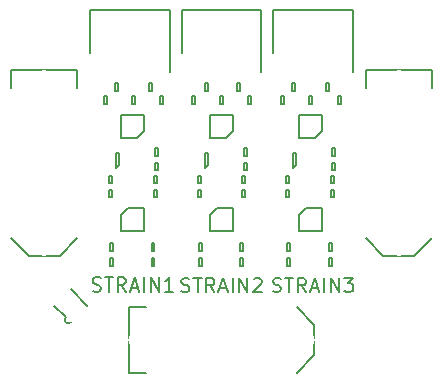
<source format=gto>
G04 #@! TF.FileFunction,Legend,Top*
%FSLAX46Y46*%
G04 Gerber Fmt 4.6, Leading zero omitted, Abs format (unit mm)*
G04 Created by KiCad (PCBNEW 4.0.2+e4-6225~38~ubuntu14.04.1-stable) date Mon 27 Jun 2016 21:58:16 BST*
%MOMM*%
G01*
G04 APERTURE LIST*
%ADD10C,0.100000*%
%ADD11C,0.160000*%
%ADD12C,0.150000*%
%ADD13R,0.800000X0.800000*%
%ADD14O,0.800000X0.800000*%
%ADD15R,1.450000X0.450000*%
%ADD16R,0.950000X0.400000*%
%ADD17R,2.920000X0.740000*%
%ADD18C,1.200000*%
%ADD19R,0.740000X2.920000*%
%ADD20R,0.750000X0.900000*%
G04 APERTURE END LIST*
D10*
D11*
X104350000Y-110885714D02*
X104521429Y-110942857D01*
X104807143Y-110942857D01*
X104921429Y-110885714D01*
X104978572Y-110828571D01*
X105035715Y-110714286D01*
X105035715Y-110600000D01*
X104978572Y-110485714D01*
X104921429Y-110428571D01*
X104807143Y-110371429D01*
X104578572Y-110314286D01*
X104464286Y-110257143D01*
X104407143Y-110200000D01*
X104350000Y-110085714D01*
X104350000Y-109971429D01*
X104407143Y-109857143D01*
X104464286Y-109800000D01*
X104578572Y-109742857D01*
X104864286Y-109742857D01*
X105035715Y-109800000D01*
X105378572Y-109742857D02*
X106064286Y-109742857D01*
X105721429Y-110942857D02*
X105721429Y-109742857D01*
X107150001Y-110942857D02*
X106750001Y-110371429D01*
X106464286Y-110942857D02*
X106464286Y-109742857D01*
X106921429Y-109742857D01*
X107035715Y-109800000D01*
X107092858Y-109857143D01*
X107150001Y-109971429D01*
X107150001Y-110142857D01*
X107092858Y-110257143D01*
X107035715Y-110314286D01*
X106921429Y-110371429D01*
X106464286Y-110371429D01*
X107607143Y-110600000D02*
X108178572Y-110600000D01*
X107492858Y-110942857D02*
X107892858Y-109742857D01*
X108292858Y-110942857D01*
X108692857Y-110942857D02*
X108692857Y-109742857D01*
X109264286Y-110942857D02*
X109264286Y-109742857D01*
X109950001Y-110942857D01*
X109950001Y-109742857D01*
X110407144Y-109742857D02*
X111150001Y-109742857D01*
X110750001Y-110200000D01*
X110921429Y-110200000D01*
X111035715Y-110257143D01*
X111092858Y-110314286D01*
X111150001Y-110428571D01*
X111150001Y-110714286D01*
X111092858Y-110828571D01*
X111035715Y-110885714D01*
X110921429Y-110942857D01*
X110578572Y-110942857D01*
X110464286Y-110885714D01*
X110407144Y-110828571D01*
X96600000Y-110885714D02*
X96771429Y-110942857D01*
X97057143Y-110942857D01*
X97171429Y-110885714D01*
X97228572Y-110828571D01*
X97285715Y-110714286D01*
X97285715Y-110600000D01*
X97228572Y-110485714D01*
X97171429Y-110428571D01*
X97057143Y-110371429D01*
X96828572Y-110314286D01*
X96714286Y-110257143D01*
X96657143Y-110200000D01*
X96600000Y-110085714D01*
X96600000Y-109971429D01*
X96657143Y-109857143D01*
X96714286Y-109800000D01*
X96828572Y-109742857D01*
X97114286Y-109742857D01*
X97285715Y-109800000D01*
X97628572Y-109742857D02*
X98314286Y-109742857D01*
X97971429Y-110942857D02*
X97971429Y-109742857D01*
X99400001Y-110942857D02*
X99000001Y-110371429D01*
X98714286Y-110942857D02*
X98714286Y-109742857D01*
X99171429Y-109742857D01*
X99285715Y-109800000D01*
X99342858Y-109857143D01*
X99400001Y-109971429D01*
X99400001Y-110142857D01*
X99342858Y-110257143D01*
X99285715Y-110314286D01*
X99171429Y-110371429D01*
X98714286Y-110371429D01*
X99857143Y-110600000D02*
X100428572Y-110600000D01*
X99742858Y-110942857D02*
X100142858Y-109742857D01*
X100542858Y-110942857D01*
X100942857Y-110942857D02*
X100942857Y-109742857D01*
X101514286Y-110942857D02*
X101514286Y-109742857D01*
X102200001Y-110942857D01*
X102200001Y-109742857D01*
X102714286Y-109857143D02*
X102771429Y-109800000D01*
X102885715Y-109742857D01*
X103171429Y-109742857D01*
X103285715Y-109800000D01*
X103342858Y-109857143D01*
X103400001Y-109971429D01*
X103400001Y-110085714D01*
X103342858Y-110257143D01*
X102657144Y-110942857D01*
X103400001Y-110942857D01*
X89100000Y-110835714D02*
X89271429Y-110892857D01*
X89557143Y-110892857D01*
X89671429Y-110835714D01*
X89728572Y-110778571D01*
X89785715Y-110664286D01*
X89785715Y-110550000D01*
X89728572Y-110435714D01*
X89671429Y-110378571D01*
X89557143Y-110321429D01*
X89328572Y-110264286D01*
X89214286Y-110207143D01*
X89157143Y-110150000D01*
X89100000Y-110035714D01*
X89100000Y-109921429D01*
X89157143Y-109807143D01*
X89214286Y-109750000D01*
X89328572Y-109692857D01*
X89614286Y-109692857D01*
X89785715Y-109750000D01*
X90128572Y-109692857D02*
X90814286Y-109692857D01*
X90471429Y-110892857D02*
X90471429Y-109692857D01*
X91900001Y-110892857D02*
X91500001Y-110321429D01*
X91214286Y-110892857D02*
X91214286Y-109692857D01*
X91671429Y-109692857D01*
X91785715Y-109750000D01*
X91842858Y-109807143D01*
X91900001Y-109921429D01*
X91900001Y-110092857D01*
X91842858Y-110207143D01*
X91785715Y-110264286D01*
X91671429Y-110321429D01*
X91214286Y-110321429D01*
X92357143Y-110550000D02*
X92928572Y-110550000D01*
X92242858Y-110892857D02*
X92642858Y-109692857D01*
X93042858Y-110892857D01*
X93442857Y-110892857D02*
X93442857Y-109692857D01*
X94014286Y-110892857D02*
X94014286Y-109692857D01*
X94700001Y-110892857D01*
X94700001Y-109692857D01*
X95900001Y-110892857D02*
X95214286Y-110892857D01*
X95557144Y-110892857D02*
X95557144Y-109692857D01*
X95442858Y-109864286D01*
X95328572Y-109978571D01*
X95214286Y-110035714D01*
D12*
X111125000Y-92300000D02*
X111125000Y-87050000D01*
X111125000Y-87050000D02*
X104375000Y-87050000D01*
X104375000Y-87050000D02*
X104375000Y-90700000D01*
X103375000Y-92300000D02*
X103375000Y-87050000D01*
X103375000Y-87050000D02*
X96625000Y-87050000D01*
X96625000Y-87050000D02*
X96625000Y-90700000D01*
X95625000Y-92300000D02*
X95625000Y-87050000D01*
X95625000Y-87050000D02*
X88875000Y-87050000D01*
X88875000Y-87050000D02*
X88875000Y-90700000D01*
X107875000Y-97875000D02*
X106525000Y-97875000D01*
X106525000Y-97875000D02*
X106525000Y-95925000D01*
X106525000Y-95925000D02*
X108475000Y-95925000D01*
X108475000Y-95925000D02*
X108475000Y-97275000D01*
X108475000Y-97275000D02*
X107875000Y-97875000D01*
X106075000Y-100450000D02*
X106075000Y-100450000D01*
X106075000Y-100450000D02*
X106075000Y-99150000D01*
X106075000Y-99150000D02*
X106325000Y-99150000D01*
X106325000Y-99150000D02*
X106325000Y-100200000D01*
X106325000Y-100200000D02*
X106075000Y-100450000D01*
X92875000Y-97875000D02*
X91525000Y-97875000D01*
X91525000Y-97875000D02*
X91525000Y-95925000D01*
X91525000Y-95925000D02*
X93475000Y-95925000D01*
X93475000Y-95925000D02*
X93475000Y-97275000D01*
X93475000Y-97275000D02*
X92875000Y-97875000D01*
X91075000Y-100450000D02*
X91075000Y-100450000D01*
X91075000Y-100450000D02*
X91075000Y-99150000D01*
X91075000Y-99150000D02*
X91325000Y-99150000D01*
X91325000Y-99150000D02*
X91325000Y-100200000D01*
X91325000Y-100200000D02*
X91075000Y-100450000D01*
X92125000Y-103825000D02*
X93475000Y-103825000D01*
X93475000Y-103825000D02*
X93475000Y-105775000D01*
X93475000Y-105775000D02*
X91525000Y-105775000D01*
X91525000Y-105775000D02*
X91525000Y-104425000D01*
X91525000Y-104425000D02*
X92125000Y-103825000D01*
X100375000Y-97875000D02*
X99025000Y-97875000D01*
X99025000Y-97875000D02*
X99025000Y-95925000D01*
X99025000Y-95925000D02*
X100975000Y-95925000D01*
X100975000Y-95925000D02*
X100975000Y-97275000D01*
X100975000Y-97275000D02*
X100375000Y-97875000D01*
X98575000Y-100450000D02*
X98575000Y-100450000D01*
X98575000Y-100450000D02*
X98575000Y-99150000D01*
X98575000Y-99150000D02*
X98825000Y-99150000D01*
X98825000Y-99150000D02*
X98825000Y-100200000D01*
X98825000Y-100200000D02*
X98575000Y-100450000D01*
X99625000Y-103825000D02*
X100975000Y-103825000D01*
X100975000Y-103825000D02*
X100975000Y-105775000D01*
X100975000Y-105775000D02*
X99025000Y-105775000D01*
X99025000Y-105775000D02*
X99025000Y-104425000D01*
X99025000Y-104425000D02*
X99625000Y-103825000D01*
X107125000Y-103825000D02*
X108475000Y-103825000D01*
X108475000Y-103825000D02*
X108475000Y-105775000D01*
X108475000Y-105775000D02*
X106525000Y-105775000D01*
X106525000Y-105775000D02*
X106525000Y-104425000D01*
X106525000Y-104425000D02*
X107125000Y-103825000D01*
X87785000Y-93635000D02*
X87785000Y-92135000D01*
X87785000Y-92135000D02*
X82215000Y-92135000D01*
X82215000Y-92135000D02*
X82215000Y-93635000D01*
X82215000Y-106365000D02*
X83715000Y-107865000D01*
X83715000Y-107865000D02*
X86285000Y-107865000D01*
X86285000Y-107865000D02*
X87785000Y-106365000D01*
X117785000Y-93635000D02*
X117785000Y-92135000D01*
X117785000Y-92135000D02*
X112215000Y-92135000D01*
X112215000Y-92135000D02*
X112215000Y-93635000D01*
X112215000Y-106365000D02*
X113715000Y-107865000D01*
X113715000Y-107865000D02*
X116285000Y-107865000D01*
X116285000Y-107865000D02*
X117785000Y-106365000D01*
X93635000Y-112215000D02*
X92135000Y-112215000D01*
X92135000Y-112215000D02*
X92135000Y-117785000D01*
X92135000Y-117785000D02*
X93635000Y-117785000D01*
X106365000Y-117785000D02*
X107865000Y-116285000D01*
X107865000Y-116285000D02*
X107865000Y-113715000D01*
X107865000Y-113715000D02*
X106365000Y-112215000D01*
X101575000Y-108075000D02*
X101825000Y-108075000D01*
X101825000Y-108075000D02*
X101825000Y-108725000D01*
X101825000Y-108725000D02*
X101575000Y-108725000D01*
X101575000Y-108725000D02*
X101575000Y-108075000D01*
X98325000Y-107425000D02*
X98075000Y-107425000D01*
X98075000Y-107425000D02*
X98075000Y-106775000D01*
X98075000Y-106775000D02*
X98325000Y-106775000D01*
X98325000Y-106775000D02*
X98325000Y-107425000D01*
X98225000Y-102925000D02*
X97975000Y-102925000D01*
X97975000Y-102925000D02*
X97975000Y-102275000D01*
X97975000Y-102275000D02*
X98225000Y-102275000D01*
X98225000Y-102275000D02*
X98225000Y-102925000D01*
X101775000Y-101075000D02*
X102025000Y-101075000D01*
X102025000Y-101075000D02*
X102025000Y-101725000D01*
X102025000Y-101725000D02*
X101775000Y-101725000D01*
X101775000Y-101725000D02*
X101775000Y-101075000D01*
X102275000Y-94375000D02*
X102525000Y-94375000D01*
X102525000Y-94375000D02*
X102525000Y-95025000D01*
X102525000Y-95025000D02*
X102275000Y-95025000D01*
X102275000Y-95025000D02*
X102275000Y-94375000D01*
X99900000Y-94375000D02*
X100150000Y-94375000D01*
X100150000Y-94375000D02*
X100150000Y-95025000D01*
X100150000Y-95025000D02*
X99900000Y-95025000D01*
X99900000Y-95025000D02*
X99900000Y-94375000D01*
X97525000Y-94375000D02*
X97775000Y-94375000D01*
X97775000Y-94375000D02*
X97775000Y-95025000D01*
X97775000Y-95025000D02*
X97525000Y-95025000D01*
X97525000Y-95025000D02*
X97525000Y-94375000D01*
X94075000Y-108075000D02*
X94325000Y-108075000D01*
X94325000Y-108075000D02*
X94325000Y-108725000D01*
X94325000Y-108725000D02*
X94075000Y-108725000D01*
X94075000Y-108725000D02*
X94075000Y-108075000D01*
X109075000Y-108075000D02*
X109325000Y-108075000D01*
X109325000Y-108075000D02*
X109325000Y-108725000D01*
X109325000Y-108725000D02*
X109075000Y-108725000D01*
X109075000Y-108725000D02*
X109075000Y-108075000D01*
X90825000Y-107425000D02*
X90575000Y-107425000D01*
X90575000Y-107425000D02*
X90575000Y-106775000D01*
X90575000Y-106775000D02*
X90825000Y-106775000D01*
X90825000Y-106775000D02*
X90825000Y-107425000D01*
X105825000Y-107425000D02*
X105575000Y-107425000D01*
X105575000Y-107425000D02*
X105575000Y-106775000D01*
X105575000Y-106775000D02*
X105825000Y-106775000D01*
X105825000Y-106775000D02*
X105825000Y-107425000D01*
X90725000Y-102925000D02*
X90475000Y-102925000D01*
X90475000Y-102925000D02*
X90475000Y-102275000D01*
X90475000Y-102275000D02*
X90725000Y-102275000D01*
X90725000Y-102275000D02*
X90725000Y-102925000D01*
X105725000Y-102925000D02*
X105475000Y-102925000D01*
X105475000Y-102925000D02*
X105475000Y-102275000D01*
X105475000Y-102275000D02*
X105725000Y-102275000D01*
X105725000Y-102275000D02*
X105725000Y-102925000D01*
X94275000Y-101075000D02*
X94525000Y-101075000D01*
X94525000Y-101075000D02*
X94525000Y-101725000D01*
X94525000Y-101725000D02*
X94275000Y-101725000D01*
X94275000Y-101725000D02*
X94275000Y-101075000D01*
X109275000Y-101075000D02*
X109525000Y-101075000D01*
X109525000Y-101075000D02*
X109525000Y-101725000D01*
X109525000Y-101725000D02*
X109275000Y-101725000D01*
X109275000Y-101725000D02*
X109275000Y-101075000D01*
X94775000Y-94375000D02*
X95025000Y-94375000D01*
X95025000Y-94375000D02*
X95025000Y-95025000D01*
X95025000Y-95025000D02*
X94775000Y-95025000D01*
X94775000Y-95025000D02*
X94775000Y-94375000D01*
X92400000Y-94375000D02*
X92650000Y-94375000D01*
X92650000Y-94375000D02*
X92650000Y-95025000D01*
X92650000Y-95025000D02*
X92400000Y-95025000D01*
X92400000Y-95025000D02*
X92400000Y-94375000D01*
X90025000Y-94375000D02*
X90275000Y-94375000D01*
X90275000Y-94375000D02*
X90275000Y-95025000D01*
X90275000Y-95025000D02*
X90025000Y-95025000D01*
X90025000Y-95025000D02*
X90025000Y-94375000D01*
X109875000Y-94375000D02*
X110125000Y-94375000D01*
X110125000Y-94375000D02*
X110125000Y-95025000D01*
X110125000Y-95025000D02*
X109875000Y-95025000D01*
X109875000Y-95025000D02*
X109875000Y-94375000D01*
X107400000Y-94375000D02*
X107650000Y-94375000D01*
X107650000Y-94375000D02*
X107650000Y-95025000D01*
X107650000Y-95025000D02*
X107400000Y-95025000D01*
X107400000Y-95025000D02*
X107400000Y-94375000D01*
X105025000Y-94375000D02*
X105275000Y-94375000D01*
X105275000Y-94375000D02*
X105275000Y-95025000D01*
X105275000Y-95025000D02*
X105025000Y-95025000D01*
X105025000Y-95025000D02*
X105025000Y-94375000D01*
X101825000Y-107425000D02*
X101575000Y-107425000D01*
X101575000Y-107425000D02*
X101575000Y-106775000D01*
X101575000Y-106775000D02*
X101825000Y-106775000D01*
X101825000Y-106775000D02*
X101825000Y-107425000D01*
X98075000Y-108075000D02*
X98325000Y-108075000D01*
X98325000Y-108075000D02*
X98325000Y-108725000D01*
X98325000Y-108725000D02*
X98075000Y-108725000D01*
X98075000Y-108725000D02*
X98075000Y-108075000D01*
X101775000Y-102275000D02*
X102025000Y-102275000D01*
X102025000Y-102275000D02*
X102025000Y-102925000D01*
X102025000Y-102925000D02*
X101775000Y-102925000D01*
X101775000Y-102925000D02*
X101775000Y-102275000D01*
X98225000Y-101725000D02*
X97975000Y-101725000D01*
X97975000Y-101725000D02*
X97975000Y-101075000D01*
X97975000Y-101075000D02*
X98225000Y-101075000D01*
X98225000Y-101075000D02*
X98225000Y-101725000D01*
X102125000Y-100625000D02*
X101875000Y-100625000D01*
X101875000Y-100625000D02*
X101875000Y-99975000D01*
X101875000Y-99975000D02*
X102125000Y-99975000D01*
X102125000Y-99975000D02*
X102125000Y-100625000D01*
X101875000Y-98775000D02*
X102125000Y-98775000D01*
X102125000Y-98775000D02*
X102125000Y-99425000D01*
X102125000Y-99425000D02*
X101875000Y-99425000D01*
X101875000Y-99425000D02*
X101875000Y-98775000D01*
X101575000Y-93925000D02*
X101325000Y-93925000D01*
X101325000Y-93925000D02*
X101325000Y-93275000D01*
X101325000Y-93275000D02*
X101575000Y-93275000D01*
X101575000Y-93275000D02*
X101575000Y-93925000D01*
X98575000Y-93275000D02*
X98825000Y-93275000D01*
X98825000Y-93275000D02*
X98825000Y-93925000D01*
X98825000Y-93925000D02*
X98575000Y-93925000D01*
X98575000Y-93925000D02*
X98575000Y-93275000D01*
X94325000Y-107425000D02*
X94075000Y-107425000D01*
X94075000Y-107425000D02*
X94075000Y-106775000D01*
X94075000Y-106775000D02*
X94325000Y-106775000D01*
X94325000Y-106775000D02*
X94325000Y-107425000D01*
X109325000Y-107425000D02*
X109075000Y-107425000D01*
X109075000Y-107425000D02*
X109075000Y-106775000D01*
X109075000Y-106775000D02*
X109325000Y-106775000D01*
X109325000Y-106775000D02*
X109325000Y-107425000D01*
X90575000Y-108075000D02*
X90825000Y-108075000D01*
X90825000Y-108075000D02*
X90825000Y-108725000D01*
X90825000Y-108725000D02*
X90575000Y-108725000D01*
X90575000Y-108725000D02*
X90575000Y-108075000D01*
X105575000Y-108075000D02*
X105825000Y-108075000D01*
X105825000Y-108075000D02*
X105825000Y-108725000D01*
X105825000Y-108725000D02*
X105575000Y-108725000D01*
X105575000Y-108725000D02*
X105575000Y-108075000D01*
X94275000Y-102275000D02*
X94525000Y-102275000D01*
X94525000Y-102275000D02*
X94525000Y-102925000D01*
X94525000Y-102925000D02*
X94275000Y-102925000D01*
X94275000Y-102925000D02*
X94275000Y-102275000D01*
X109275000Y-102275000D02*
X109525000Y-102275000D01*
X109525000Y-102275000D02*
X109525000Y-102925000D01*
X109525000Y-102925000D02*
X109275000Y-102925000D01*
X109275000Y-102925000D02*
X109275000Y-102275000D01*
X90725000Y-101725000D02*
X90475000Y-101725000D01*
X90475000Y-101725000D02*
X90475000Y-101075000D01*
X90475000Y-101075000D02*
X90725000Y-101075000D01*
X90725000Y-101075000D02*
X90725000Y-101725000D01*
X105725000Y-101725000D02*
X105475000Y-101725000D01*
X105475000Y-101725000D02*
X105475000Y-101075000D01*
X105475000Y-101075000D02*
X105725000Y-101075000D01*
X105725000Y-101075000D02*
X105725000Y-101725000D01*
X94625000Y-100625000D02*
X94375000Y-100625000D01*
X94375000Y-100625000D02*
X94375000Y-99975000D01*
X94375000Y-99975000D02*
X94625000Y-99975000D01*
X94625000Y-99975000D02*
X94625000Y-100625000D01*
X94375000Y-98775000D02*
X94625000Y-98775000D01*
X94625000Y-98775000D02*
X94625000Y-99425000D01*
X94625000Y-99425000D02*
X94375000Y-99425000D01*
X94375000Y-99425000D02*
X94375000Y-98775000D01*
X109625000Y-100625000D02*
X109375000Y-100625000D01*
X109375000Y-100625000D02*
X109375000Y-99975000D01*
X109375000Y-99975000D02*
X109625000Y-99975000D01*
X109625000Y-99975000D02*
X109625000Y-100625000D01*
X109375000Y-98775000D02*
X109625000Y-98775000D01*
X109625000Y-98775000D02*
X109625000Y-99425000D01*
X109625000Y-99425000D02*
X109375000Y-99425000D01*
X109375000Y-99425000D02*
X109375000Y-98775000D01*
X94075000Y-93925000D02*
X93825000Y-93925000D01*
X93825000Y-93925000D02*
X93825000Y-93275000D01*
X93825000Y-93275000D02*
X94075000Y-93275000D01*
X94075000Y-93275000D02*
X94075000Y-93925000D01*
X90975000Y-93275000D02*
X91225000Y-93275000D01*
X91225000Y-93275000D02*
X91225000Y-93925000D01*
X91225000Y-93925000D02*
X90975000Y-93925000D01*
X90975000Y-93925000D02*
X90975000Y-93275000D01*
X109075000Y-93925000D02*
X108825000Y-93925000D01*
X108825000Y-93925000D02*
X108825000Y-93275000D01*
X108825000Y-93275000D02*
X109075000Y-93275000D01*
X109075000Y-93275000D02*
X109075000Y-93925000D01*
X105975000Y-93275000D02*
X106225000Y-93275000D01*
X106225000Y-93275000D02*
X106225000Y-93925000D01*
X106225000Y-93925000D02*
X105975000Y-93925000D01*
X105975000Y-93925000D02*
X105975000Y-93275000D01*
X86804107Y-113086949D02*
X85814157Y-112097000D01*
X88642585Y-112097000D02*
X87228371Y-110682786D01*
X86804107Y-113086950D02*
G75*
G03X87228371Y-113511214I212132J-212132D01*
G01*
%LPC*%
D13*
X109625000Y-91500000D03*
D14*
X108375000Y-91500000D03*
X107125000Y-91500000D03*
X105875000Y-91500000D03*
D13*
X101875000Y-91500000D03*
D14*
X100625000Y-91500000D03*
X99375000Y-91500000D03*
X98125000Y-91500000D03*
D13*
X94125000Y-91500000D03*
D14*
X92875000Y-91500000D03*
X91625000Y-91500000D03*
X90375000Y-91500000D03*
D15*
X109700000Y-97875000D03*
X109700000Y-97225000D03*
X109700000Y-96575000D03*
X109700000Y-95925000D03*
X105300000Y-95925000D03*
X105300000Y-96575000D03*
X105300000Y-97225000D03*
X105300000Y-97875000D03*
D16*
X107300000Y-100450000D03*
X107300000Y-99800000D03*
X107300000Y-99150000D03*
X105100000Y-99150000D03*
X105100000Y-100450000D03*
D15*
X94700000Y-97875000D03*
X94700000Y-97225000D03*
X94700000Y-96575000D03*
X94700000Y-95925000D03*
X90300000Y-95925000D03*
X90300000Y-96575000D03*
X90300000Y-97225000D03*
X90300000Y-97875000D03*
D16*
X92300000Y-100450000D03*
X92300000Y-99800000D03*
X92300000Y-99150000D03*
X90100000Y-99150000D03*
X90100000Y-100450000D03*
D15*
X90300000Y-103825000D03*
X90300000Y-104475000D03*
X90300000Y-105125000D03*
X90300000Y-105775000D03*
X94700000Y-105775000D03*
X94700000Y-105125000D03*
X94700000Y-104475000D03*
X94700000Y-103825000D03*
X102200000Y-97875000D03*
X102200000Y-97225000D03*
X102200000Y-96575000D03*
X102200000Y-95925000D03*
X97800000Y-95925000D03*
X97800000Y-96575000D03*
X97800000Y-97225000D03*
X97800000Y-97875000D03*
D16*
X99800000Y-100450000D03*
X99800000Y-99800000D03*
X99800000Y-99150000D03*
X97600000Y-99150000D03*
X97600000Y-100450000D03*
D15*
X97800000Y-103825000D03*
X97800000Y-104475000D03*
X97800000Y-105125000D03*
X97800000Y-105775000D03*
X102200000Y-105775000D03*
X102200000Y-105125000D03*
X102200000Y-104475000D03*
X102200000Y-103825000D03*
X105300000Y-103825000D03*
X105300000Y-104475000D03*
X105300000Y-105125000D03*
X105300000Y-105775000D03*
X109700000Y-105775000D03*
X109700000Y-105125000D03*
X109700000Y-104475000D03*
X109700000Y-103825000D03*
D17*
X83285000Y-94285000D03*
X86715000Y-94285000D03*
X83285000Y-95555000D03*
X86715000Y-95555000D03*
X83285000Y-96825000D03*
X86715000Y-96825000D03*
X83285000Y-98095000D03*
X86715000Y-98095000D03*
X83285000Y-99365000D03*
X86715000Y-99365000D03*
X83285000Y-100635000D03*
X86715000Y-100635000D03*
X83285000Y-101905000D03*
X86715000Y-101905000D03*
X83285000Y-103175000D03*
X86715000Y-103175000D03*
X83285000Y-104445000D03*
X86715000Y-104445000D03*
X83285000Y-105715000D03*
X86715000Y-105715000D03*
X113285000Y-94285000D03*
X116715000Y-94285000D03*
X113285000Y-95555000D03*
X116715000Y-95555000D03*
X113285000Y-96825000D03*
X116715000Y-96825000D03*
X113285000Y-98095000D03*
X116715000Y-98095000D03*
X113285000Y-99365000D03*
X116715000Y-99365000D03*
X113285000Y-100635000D03*
X116715000Y-100635000D03*
X113285000Y-101905000D03*
X116715000Y-101905000D03*
X113285000Y-103175000D03*
X116715000Y-103175000D03*
X113285000Y-104445000D03*
X116715000Y-104445000D03*
X113285000Y-105715000D03*
X116715000Y-105715000D03*
D18*
X85000000Y-107305000D03*
X85000000Y-92695000D03*
X115000000Y-107305000D03*
X115000000Y-92695000D03*
D19*
X94285000Y-116715000D03*
X94285000Y-113285000D03*
X95555000Y-116715000D03*
X95555000Y-113285000D03*
X96825000Y-116715000D03*
X96825000Y-113285000D03*
X98095000Y-116715000D03*
X98095000Y-113285000D03*
X99365000Y-116715000D03*
X99365000Y-113285000D03*
X100635000Y-116715000D03*
X100635000Y-113285000D03*
X101905000Y-116715000D03*
X101905000Y-113285000D03*
X103175000Y-116715000D03*
X103175000Y-113285000D03*
X104445000Y-116715000D03*
X104445000Y-113285000D03*
X105715000Y-116715000D03*
X105715000Y-113285000D03*
D18*
X107305000Y-115000000D03*
X92695000Y-115000000D03*
D20*
X101000000Y-108400000D03*
X102400000Y-108400000D03*
X98900000Y-107100000D03*
X97500000Y-107100000D03*
X98800000Y-102600000D03*
X97400000Y-102600000D03*
X101200000Y-101400000D03*
X102600000Y-101400000D03*
X101700000Y-94700000D03*
X103100000Y-94700000D03*
X99325000Y-94700000D03*
X100725000Y-94700000D03*
X96950000Y-94700000D03*
X98350000Y-94700000D03*
X93500000Y-108400000D03*
X94900000Y-108400000D03*
X108500000Y-108400000D03*
X109900000Y-108400000D03*
X91400000Y-107100000D03*
X90000000Y-107100000D03*
X106400000Y-107100000D03*
X105000000Y-107100000D03*
X91300000Y-102600000D03*
X89900000Y-102600000D03*
X106300000Y-102600000D03*
X104900000Y-102600000D03*
X93700000Y-101400000D03*
X95100000Y-101400000D03*
X108700000Y-101400000D03*
X110100000Y-101400000D03*
X94200000Y-94700000D03*
X95600000Y-94700000D03*
X91825000Y-94700000D03*
X93225000Y-94700000D03*
X89450000Y-94700000D03*
X90850000Y-94700000D03*
X109300000Y-94700000D03*
X110700000Y-94700000D03*
X106825000Y-94700000D03*
X108225000Y-94700000D03*
X104450000Y-94700000D03*
X105850000Y-94700000D03*
X102400000Y-107100000D03*
X101000000Y-107100000D03*
X97500000Y-108400000D03*
X98900000Y-108400000D03*
X101200000Y-102600000D03*
X102600000Y-102600000D03*
X98800000Y-101400000D03*
X97400000Y-101400000D03*
X102700000Y-100300000D03*
X101300000Y-100300000D03*
X101300000Y-99100000D03*
X102700000Y-99100000D03*
X102150000Y-93600000D03*
X100750000Y-93600000D03*
X98000000Y-93600000D03*
X99400000Y-93600000D03*
X94900000Y-107100000D03*
X93500000Y-107100000D03*
X109900000Y-107100000D03*
X108500000Y-107100000D03*
X90000000Y-108400000D03*
X91400000Y-108400000D03*
X105000000Y-108400000D03*
X106400000Y-108400000D03*
X93700000Y-102600000D03*
X95100000Y-102600000D03*
X108700000Y-102600000D03*
X110100000Y-102600000D03*
X91300000Y-101400000D03*
X89900000Y-101400000D03*
X106300000Y-101400000D03*
X104900000Y-101400000D03*
X95200000Y-100300000D03*
X93800000Y-100300000D03*
X93800000Y-99100000D03*
X95200000Y-99100000D03*
X110200000Y-100300000D03*
X108800000Y-100300000D03*
X108800000Y-99100000D03*
X110200000Y-99100000D03*
X94650000Y-93600000D03*
X93250000Y-93600000D03*
X90400000Y-93600000D03*
X91800000Y-93600000D03*
X109650000Y-93600000D03*
X108250000Y-93600000D03*
X105400000Y-93600000D03*
X106800000Y-93600000D03*
D10*
G36*
X85547309Y-110613927D02*
X85915005Y-110981623D01*
X85547309Y-111349319D01*
X85179613Y-110981623D01*
X85547309Y-110613927D01*
X85547309Y-110613927D01*
G37*
G36*
X84981623Y-111179613D02*
X85349319Y-111547309D01*
X84981623Y-111915005D01*
X84613927Y-111547309D01*
X84981623Y-111179613D01*
X84981623Y-111179613D01*
G37*
G36*
X87725197Y-114092893D02*
X88092893Y-113725197D01*
X88460589Y-114092893D01*
X88092893Y-114460589D01*
X87725197Y-114092893D01*
X87725197Y-114092893D01*
G37*
G36*
X88290883Y-114658579D02*
X88658579Y-114290883D01*
X89026275Y-114658579D01*
X88658579Y-115026275D01*
X88290883Y-114658579D01*
X88290883Y-114658579D01*
G37*
G36*
X88349461Y-113417157D02*
X88717157Y-113049461D01*
X89084853Y-113417157D01*
X88717157Y-113784853D01*
X88349461Y-113417157D01*
X88349461Y-113417157D01*
G37*
G36*
X88915147Y-113982843D02*
X89282843Y-113615147D01*
X89650539Y-113982843D01*
X89282843Y-114350539D01*
X88915147Y-113982843D01*
X88915147Y-113982843D01*
G37*
G36*
X87723345Y-113228371D02*
X87440503Y-113511213D01*
X87108163Y-113178873D01*
X87391005Y-112896031D01*
X87723345Y-113228371D01*
X87723345Y-113228371D01*
G37*
G36*
X88182965Y-112768752D02*
X87900123Y-113051594D01*
X87567783Y-112719254D01*
X87850625Y-112436412D01*
X88182965Y-112768752D01*
X88182965Y-112768752D01*
G37*
G36*
X88642584Y-112309132D02*
X88359742Y-112591974D01*
X88027402Y-112259634D01*
X88310244Y-111976792D01*
X88642584Y-112309132D01*
X88642584Y-112309132D01*
G37*
G36*
X87348579Y-111015127D02*
X87065737Y-111297969D01*
X86733397Y-110965629D01*
X87016239Y-110682787D01*
X87348579Y-111015127D01*
X87348579Y-111015127D01*
G37*
G36*
X86888959Y-111474746D02*
X86606117Y-111757588D01*
X86273777Y-111425248D01*
X86556619Y-111142406D01*
X86888959Y-111474746D01*
X86888959Y-111474746D01*
G37*
G36*
X86429340Y-111934366D02*
X86146498Y-112217208D01*
X85814158Y-111884868D01*
X86097000Y-111602026D01*
X86429340Y-111934366D01*
X86429340Y-111934366D01*
G37*
G36*
X88166702Y-111831835D02*
X86963206Y-113035331D01*
X86290040Y-112362165D01*
X87493536Y-111158669D01*
X88166702Y-111831835D01*
X88166702Y-111831835D01*
G37*
M02*

</source>
